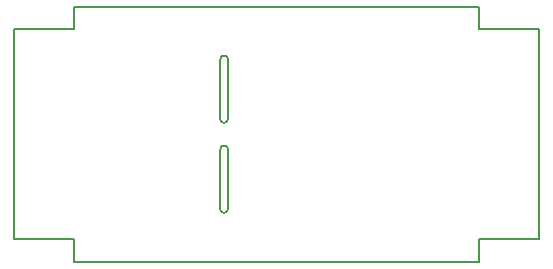
<source format=gbr>
G04 #@! TF.FileFunction,Profile,NP*
%FSLAX46Y46*%
G04 Gerber Fmt 4.6, Leading zero omitted, Abs format (unit mm)*
G04 Created by KiCad (PCBNEW 4.0.5+dfsg1-4~bpo8+1) date Mon Mar  5 20:33:18 2018*
%MOMM*%
%LPD*%
G01*
G04 APERTURE LIST*
%ADD10C,0.100000*%
%ADD11C,0.150000*%
G04 APERTURE END LIST*
D10*
D11*
X46672500Y-44450000D02*
G75*
G03X46037500Y-44450000I-317500J0D01*
G01*
X46037500Y-49530000D02*
G75*
G03X46672500Y-49530000I317500J0D01*
G01*
X46672500Y-44450000D02*
X46672500Y-49530000D01*
X46037500Y-49530000D02*
X46037500Y-44450000D01*
X46037500Y-57150000D02*
G75*
G03X46672500Y-57150000I317500J0D01*
G01*
X46672500Y-52070000D02*
G75*
G03X46037500Y-52070000I-317500J0D01*
G01*
X46672500Y-52070000D02*
X46672500Y-57150000D01*
X46037500Y-57150000D02*
X46037500Y-52070000D01*
X33655000Y-41910000D02*
X28575000Y-41910000D01*
X33655000Y-40005000D02*
X33655000Y-41910000D01*
X67945000Y-40005000D02*
X33655000Y-40005000D01*
X67945000Y-41910000D02*
X67945000Y-40005000D01*
X73025000Y-41910000D02*
X67945000Y-41910000D01*
X73025000Y-59690000D02*
X73025000Y-41910000D01*
X67945000Y-59690000D02*
X73025000Y-59690000D01*
X67945000Y-61595000D02*
X67945000Y-59690000D01*
X33655000Y-61595000D02*
X67945000Y-61595000D01*
X33655000Y-59690000D02*
X33655000Y-61595000D01*
X28575000Y-59690000D02*
X33655000Y-59690000D01*
X28575000Y-41910000D02*
X28575000Y-59690000D01*
M02*

</source>
